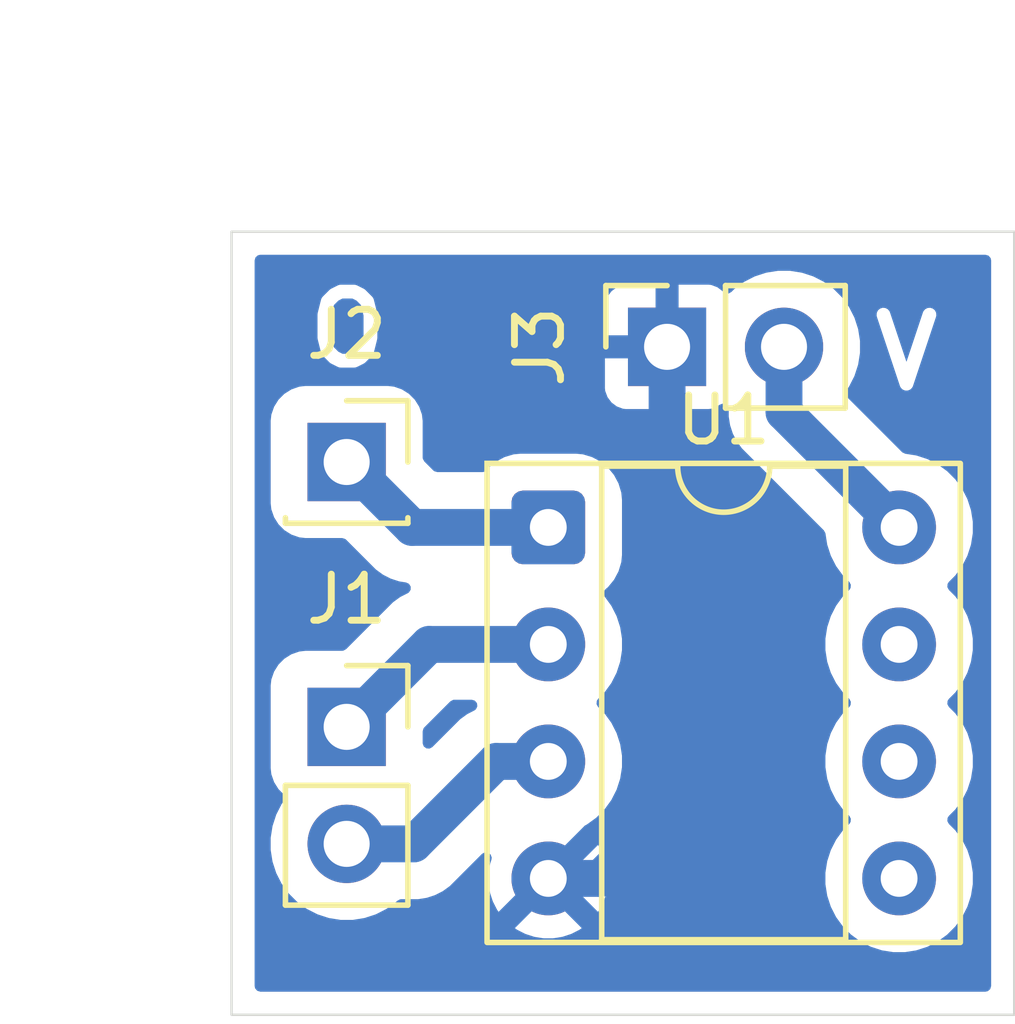
<source format=kicad_pcb>
(kicad_pcb (version 20241229) (generator "pcbnew") (generator_version "9.0")
  (layers (0 "F.Cu" signal) (2 "B.Cu" signal) (13 "F.Paste" user) (15 "B.Paste" user) (5 "F.SilkS" user "F.Silkscreen") (7 "B.SilkS" user "B.Silkscreen") (1 "F.Mask" user) (3 "B.Mask" user) (25 "Edge.Cuts" user))
  (net 0 "")
  (net 1 "Net-(J1-Pin_2)")
  (net 2 "Net-(J1-Pin_1)")
  (net 3 "Net-(J2-Pin_1)")
  (net 6 "+5V")
  (net 8 "GND")
  (footprint "Connector_PinSocket_2.54mm:PinSocket_1x02_P2.54mm_Vertical" (layer "F.Cu") (at 130.46 75.5 90)
    (property "Reference" "J3" (at 0 -2.77 90) (layer "F.SilkS"))
    (property "Value" "Conn_01x02_Socket")
    (fp_line (start 1.33 -1.33) (end 1.33 0) (stroke (width 0.12)) (layer "F.SilkS"))
    (fp_line (start 0 -1.33) (end 1.33 -1.33) (stroke (width 0.12)) (layer "F.SilkS"))
    (fp_line (start 1.33 1.27) (end 1.33 3.87) (stroke (width 0.12)) (layer "F.SilkS"))
    (fp_line (start -1.33 1.27) (end 1.33 1.27) (stroke (width 0.12)) (layer "F.SilkS"))
    (fp_line (start -1.33 1.27) (end -1.33 3.87) (stroke (width 0.12)) (layer "F.SilkS"))
    (fp_line (start -1.33 3.87) (end 1.33 3.87) (stroke (width 0.12)) (layer "F.SilkS"))
    (pad "1" thru_hole rect (at 0 0 90) (size 1.7 1.7) (drill 1) (layers "*.Cu" "*.Mask") (net 8 "GND"))
    (pad "2" thru_hole circle (at 0 2.54 90) (size 1.7 1.7) (drill 1) (layers "*.Cu" "*.Mask") (net 6 "+5V"))
  )
  (footprint "Package_DIP:DIP-8_W7.62mm_Socket" (layer "F.Cu") (at 127.88 79.42)
    (property "Reference" "U1" (at 3.81 -2.33 0) (layer "F.SilkS"))
    (property "Value" "MCP6002-xP")
    (fp_line (start 1.16 -1.33) (end 1.16 8.95) (stroke (width 0.12)) (layer "F.SilkS"))
    (fp_line (start 1.16 8.95) (end 6.46 8.95) (stroke (width 0.12)) (layer "F.SilkS"))
    (fp_line (start 2.81 -1.33) (end 1.16 -1.33) (stroke (width 0.12)) (layer "F.SilkS"))
    (fp_line (start 6.46 -1.33) (end 4.81 -1.33) (stroke (width 0.12)) (layer "F.SilkS"))
    (fp_line (start 6.46 8.95) (end 6.46 -1.33) (stroke (width 0.12)) (layer "F.SilkS"))
    (fp_rect (start -1.33 -1.39) (end 8.95 9.01) (stroke (width 0.12)) (fill no) (layer "F.SilkS"))
    (fp_arc (start 4.81 -1.33) (mid 3.81 -0.33) (end 2.81 -1.33) (stroke (width 0.12)) (layer "F.SilkS"))
    (pad "1" thru_hole roundrect (at 0 0) (size 1.6 1.6) (drill 0.8) (layers "*.Cu" "*.Mask") (roundrect_rratio 0.15625) (net 3 "Net-(J2-Pin_1)"))
    (pad "2" thru_hole circle (at 0 2.54) (size 1.6 1.6) (drill 0.8) (layers "*.Cu" "*.Mask") (net 2 "Net-(J1-Pin_1)"))
    (pad "3" thru_hole circle (at 0 5.08) (size 1.6 1.6) (drill 0.8) (layers "*.Cu" "*.Mask") (net 1 "Net-(J1-Pin_2)"))
    (pad "4" thru_hole circle (at 0 7.62) (size 1.6 1.6) (drill 0.8) (layers "*.Cu" "*.Mask") (net 8 "GND"))
    (pad "5" thru_hole circle (at 7.62 7.62) (size 1.6 1.6) (drill 0.8) (layers "*.Cu" "*.Mask"))
    (pad "6" thru_hole circle (at 7.62 5.08) (size 1.6 1.6) (drill 0.8) (layers "*.Cu" "*.Mask"))
    (pad "7" thru_hole circle (at 7.62 2.54) (size 1.6 1.6) (drill 0.8) (layers "*.Cu" "*.Mask"))
    (pad "8" thru_hole circle (at 7.62 0) (size 1.6 1.6) (drill 0.8) (layers "*.Cu" "*.Mask") (net 6 "+5V"))
  )
  (footprint "Connector_PinSocket_2.54mm:PinSocket_1x02_P2.54mm_Vertical" (layer "F.Cu") (at 123.5 83.75)
    (property "Reference" "J1" (at 0 -2.77 0) (layer "F.SilkS"))
    (property "Value" "Conn_01x02_Socket")
    (fp_line (start -1.33 1.27) (end -1.33 3.87) (stroke (width 0.12)) (layer "F.SilkS"))
    (fp_line (start -1.33 1.27) (end 1.33 1.27) (stroke (width 0.12)) (layer "F.SilkS"))
    (fp_line (start -1.33 3.87) (end 1.33 3.87) (stroke (width 0.12)) (layer "F.SilkS"))
    (fp_line (start 0 -1.33) (end 1.33 -1.33) (stroke (width 0.12)) (layer "F.SilkS"))
    (fp_line (start 1.33 -1.33) (end 1.33 0) (stroke (width 0.12)) (layer "F.SilkS"))
    (fp_line (start 1.33 1.27) (end 1.33 3.87) (stroke (width 0.12)) (layer "F.SilkS"))
    (pad "1" thru_hole rect (at 0 0) (size 1.7 1.7) (drill 1) (layers "*.Cu" "*.Mask") (net 2 "Net-(J1-Pin_1)"))
    (pad "2" thru_hole circle (at 0 2.54) (size 1.7 1.7) (drill 1) (layers "*.Cu" "*.Mask") (net 1 "Net-(J1-Pin_2)"))
  )
  (footprint "Connector_PinSocket_2.54mm:PinSocket_1x01_P2.54mm_Vertical" (layer "F.Cu") (at 123.5 78)
    (property "Reference" "J2" (at 0 -2.77 0) (layer "F.SilkS"))
    (property "Value" "Conn_01x01_Socket")
    (fp_line (start -1.33 1.21) (end -1.33 1.33) (stroke (width 0.12)) (layer "F.SilkS"))
    (fp_line (start -1.33 1.33) (end 1.33 1.33) (stroke (width 0.12)) (layer "F.SilkS"))
    (fp_line (start 0 -1.33) (end 1.33 -1.33) (stroke (width 0.12)) (layer "F.SilkS"))
    (fp_line (start 1.33 -1.33) (end 1.33 0) (stroke (width 0.12)) (layer "F.SilkS"))
    (fp_line (start 1.33 1.21) (end 1.33 1.33) (stroke (width 0.12)) (layer "F.SilkS"))
    (pad "1" thru_hole rect (at 0 0) (size 1.7 1.7) (drill 1) (layers "*.Cu" "*.Mask") (net 3 "Net-(J2-Pin_1)"))
  )
  (gr_rect (start 121 73) (end 138 90) (stroke (width 0.05)) (fill no) (layer "Edge.Cuts"))
  (gr_text "V" (at 136.5 76.5 0) (layer "B.Cu" knockout) (effects (font (size 1.5 1.5) (thickness 0.3) (bold yes)) (justify left bottom mirror)))
  (gr_text "O" (at 124.5 76 0) (layer "B.Cu" knockout) (effects (font (size 1.5 1.5) (thickness 0.3) (bold yes)) (justify left bottom mirror)))
  (segment (start 126.74863 84.5) (end 124.95863 86.29) (width 0.8) (layer "B.Cu") (net 1))
  (segment (start 124.95863 86.29) (end 123.5 86.29) (width 0.8) (layer "B.Cu") (net 1))
  (segment (start 127.88 84.5) (end 126.74863 84.5) (width 0.8) (layer "B.Cu") (net 1))
  (segment (start 125.29 81.96) (end 123.5 83.75) (width 0.8) (layer "B.Cu") (net 2))
  (segment (start 127.88 81.96) (end 125.29 81.96) (width 0.8) (layer "B.Cu") (net 2))
  (segment (start 127.88 79.42) (end 124.92 79.42) (width 0.8) (layer "B.Cu") (net 3))
  (segment (start 124.92 79.42) (end 123.5 78) (width 0.8) (layer "B.Cu") (net 3))
  (segment (start 133 75.5) (end 133 76.92) (width 0.8) (layer "B.Cu") (net 6))
  (segment (start 133 76.92) (end 135.5 79.42) (width 0.8) (layer "B.Cu") (net 6))
  (segment (start 129.01137 87.04) (end 127.88 87.04) (width 0.8) (layer "B.Cu") (net 8))
  (segment (start 130.46 75.5) (end 130.46 85.59137) (width 0.8) (layer "B.Cu") (net 8))
  (segment (start 130.46 85.59137) (end 129.01137 87.04) (width 0.8) (layer "B.Cu") (net 8))
  (zone (net 8) (net_name "GND") (layer "B.Cu") (connect_pads (clearance 0.5)) (min_thickness 0.25) (fill yes (thermal_gap 0.5) (thermal_bridge_width 0.5) (island_removal_mode 1) (island_area_min 10))
    (polygon (pts (xy 121 73) (xy 138 73) (xy 138 90) (xy 121 90)))
  )
)
</source>
